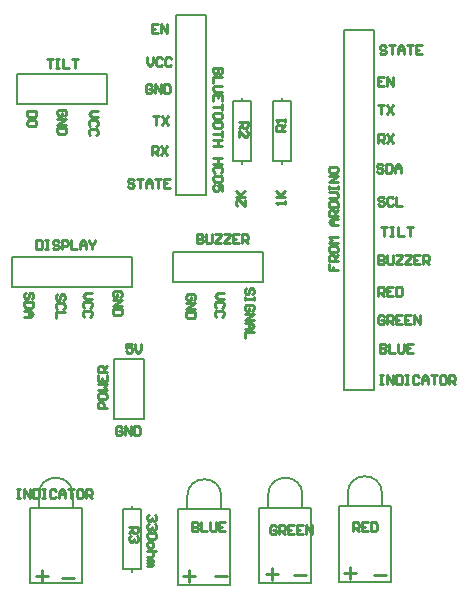
<source format=gto>
G04 Layer_Color=65535*
%FSLAX25Y25*%
%MOIN*%
G70*
G01*
G75*
%ADD17C,0.00500*%
%ADD18C,0.00787*%
%ADD19C,0.01000*%
D17*
X135209Y37154D02*
G03*
X123791Y37154I-5709J0D01*
G01*
X108709Y36654D02*
G03*
X97291Y36654I-5709J0D01*
G01*
X81709Y36154D02*
G03*
X70291Y36154I-5709J0D01*
G01*
X32209Y36654D02*
G03*
X20791Y36654I-5709J0D01*
G01*
X120839Y7626D02*
X138161D01*
X120839D02*
Y32823D01*
X138161D01*
Y7626D02*
Y32823D01*
X123791D02*
Y37154D01*
X135209Y32823D02*
Y37154D01*
X94339Y7126D02*
X111661D01*
X94339D02*
Y32323D01*
X111661D01*
Y7126D02*
Y32323D01*
X97291D02*
Y36654D01*
X108709Y32323D02*
Y36654D01*
X67339Y6626D02*
X84661D01*
X67339D02*
Y31823D01*
X84661D01*
Y6626D02*
Y31823D01*
X70291D02*
Y36154D01*
X81709Y31823D02*
Y36154D01*
X17839Y7126D02*
X35161D01*
X17839D02*
Y32323D01*
X35161D01*
Y7126D02*
Y32323D01*
X20791D02*
Y36654D01*
X32209Y32323D02*
Y36654D01*
D18*
X65500Y107500D02*
X95500D01*
Y117500D01*
X65500D02*
X95500D01*
X65500Y107500D02*
Y117500D01*
X13500Y177000D02*
X43500D01*
X13500Y167000D02*
Y177000D01*
Y167000D02*
X43500D01*
Y177000D01*
X12000Y106000D02*
Y116000D01*
X52000D01*
X12000Y106000D02*
X52000D01*
Y116000D01*
X46000Y62000D02*
X56000D01*
X46000D02*
Y82000D01*
X56000D01*
Y62000D02*
Y82000D01*
X49000Y32000D02*
X52000D01*
X49000Y12000D02*
Y32000D01*
Y12000D02*
X55000D01*
Y32000D01*
X52000D02*
X55000D01*
X52000Y11100D02*
Y12000D01*
Y32000D02*
Y32900D01*
X85500Y168000D02*
X88500D01*
X85500Y148000D02*
Y168000D01*
Y148000D02*
X91500D01*
Y168000D01*
X88500D02*
X91500D01*
X88500Y147100D02*
Y148000D01*
Y168000D02*
Y168900D01*
X102000Y148000D02*
X105000D01*
Y168000D01*
X99000D02*
X105000D01*
X99000Y148000D02*
Y168000D01*
Y148000D02*
X102000D01*
Y168000D02*
Y168900D01*
Y147100D02*
Y148000D01*
X66500Y196500D02*
X76500D01*
X66500Y136500D02*
X76500D01*
X66500D02*
Y196500D01*
X76500Y136500D02*
Y196500D01*
X122500Y79000D02*
Y191500D01*
Y71500D02*
Y79000D01*
Y71500D02*
X132500D01*
Y191500D01*
X122500D02*
X132500D01*
D19*
X23500Y181999D02*
X25499D01*
X24500D01*
Y179000D01*
X26499Y181999D02*
X27499D01*
X26999D01*
Y179000D01*
X26499D01*
X27499D01*
X28998Y181999D02*
Y179000D01*
X30998D01*
X31997Y181999D02*
X33997D01*
X32997D01*
Y179000D01*
X125500Y24500D02*
Y27499D01*
X126999D01*
X127499Y26999D01*
Y26000D01*
X126999Y25500D01*
X125500D01*
X126500D02*
X127499Y24500D01*
X130498Y27499D02*
X128499D01*
Y24500D01*
X130498D01*
X128499Y26000D02*
X129499D01*
X131498Y27499D02*
Y24500D01*
X132998D01*
X133497Y25000D01*
Y26999D01*
X132998Y27499D01*
X131498D01*
X51000Y26000D02*
X53999D01*
Y24500D01*
X53499Y24001D01*
X52500D01*
X52000Y24500D01*
Y26000D01*
Y25000D02*
X51000Y24001D01*
X53499Y23001D02*
X53999Y22501D01*
Y21501D01*
X53499Y21002D01*
X52999D01*
X52500Y21501D01*
Y22001D01*
Y21501D01*
X52000Y21002D01*
X51500D01*
X51000Y21501D01*
Y22501D01*
X51500Y23001D01*
X87500Y161000D02*
X90499D01*
Y159501D01*
X89999Y159001D01*
X88999D01*
X88500Y159501D01*
Y161000D01*
Y160000D02*
X87500Y159001D01*
Y156002D02*
Y158001D01*
X89499Y156002D01*
X89999D01*
X90499Y156501D01*
Y157501D01*
X89999Y158001D01*
X103000Y158000D02*
X100001D01*
Y159500D01*
X100501Y159999D01*
X101500D01*
X102000Y159500D01*
Y158000D01*
Y159000D02*
X103000Y159999D01*
Y160999D02*
Y161999D01*
Y161499D01*
X100001D01*
X100501Y160999D01*
X43500Y65500D02*
X40501D01*
Y67000D01*
X41001Y67499D01*
X42000D01*
X42500Y67000D01*
Y65500D01*
X40501Y69999D02*
Y68999D01*
X41001Y68499D01*
X43000D01*
X43500Y68999D01*
Y69999D01*
X43000Y70498D01*
X41001D01*
X40501Y69999D01*
Y71498D02*
X43500D01*
X42500Y72498D01*
X43500Y73497D01*
X40501D01*
Y76496D02*
Y74497D01*
X43500D01*
Y76496D01*
X42000Y74497D02*
Y75497D01*
X43500Y77496D02*
X40501D01*
Y78996D01*
X41001Y79496D01*
X42000D01*
X42500Y78996D01*
Y77496D01*
Y78496D02*
X43500Y79496D01*
X13500Y38499D02*
X14500D01*
X14000D01*
Y35500D01*
X13500D01*
X14500D01*
X15999D02*
Y38499D01*
X17999Y35500D01*
Y38499D01*
X18998D02*
Y35500D01*
X20498D01*
X20998Y36000D01*
Y37999D01*
X20498Y38499D01*
X18998D01*
X21997D02*
X22997D01*
X22497D01*
Y35500D01*
X21997D01*
X22997D01*
X26496Y37999D02*
X25996Y38499D01*
X24996D01*
X24496Y37999D01*
Y36000D01*
X24996Y35500D01*
X25996D01*
X26496Y36000D01*
X27496Y35500D02*
Y37499D01*
X28495Y38499D01*
X29495Y37499D01*
Y35500D01*
Y36999D01*
X27496D01*
X30494Y38499D02*
X32494D01*
X31494D01*
Y35500D01*
X34993Y38499D02*
X33993D01*
X33494Y37999D01*
Y36000D01*
X33993Y35500D01*
X34993D01*
X35493Y36000D01*
Y37999D01*
X34993Y38499D01*
X36493Y35500D02*
Y38499D01*
X37992D01*
X38492Y37999D01*
Y36999D01*
X37992Y36500D01*
X36493D01*
X37492D02*
X38492Y35500D01*
X99999Y25999D02*
X99499Y26499D01*
X98500D01*
X98000Y25999D01*
Y24000D01*
X98500Y23500D01*
X99499D01*
X99999Y24000D01*
Y24999D01*
X99000D01*
X100999Y23500D02*
Y26499D01*
X102499D01*
X102998Y25999D01*
Y24999D01*
X102499Y24500D01*
X100999D01*
X101999D02*
X102998Y23500D01*
X105997Y26499D02*
X103998D01*
Y23500D01*
X105997D01*
X103998Y24999D02*
X104998D01*
X108996Y26499D02*
X106997D01*
Y23500D01*
X108996D01*
X106997Y24999D02*
X107997D01*
X109996Y23500D02*
Y26499D01*
X111995Y23500D01*
Y26499D01*
X117501Y113499D02*
Y111500D01*
X119000D01*
Y112500D01*
Y111500D01*
X120500D01*
Y114499D02*
X117501D01*
Y115999D01*
X118001Y116498D01*
X119000D01*
X119500Y115999D01*
Y114499D01*
Y115499D02*
X120500Y116498D01*
X117501Y118998D02*
Y117998D01*
X118001Y117498D01*
X120000D01*
X120500Y117998D01*
Y118998D01*
X120000Y119497D01*
X118001D01*
X117501Y118998D01*
X120500Y120497D02*
X117501D01*
X118501Y121497D01*
X117501Y122496D01*
X120500D01*
Y126495D02*
X118501D01*
X117501Y127495D01*
X118501Y128495D01*
X120500D01*
X119000D01*
Y126495D01*
X120500Y129494D02*
X117501D01*
Y130994D01*
X118001Y131493D01*
X119000D01*
X119500Y130994D01*
Y129494D01*
Y130494D02*
X120500Y131493D01*
X117501Y132493D02*
X120500D01*
Y133993D01*
X120000Y134493D01*
X118001D01*
X117501Y133993D01*
Y132493D01*
Y135492D02*
X120000D01*
X120500Y135992D01*
Y136992D01*
X120000Y137492D01*
X117501D01*
Y138491D02*
Y139491D01*
Y138991D01*
X120500D01*
Y138491D01*
Y139491D01*
Y140990D02*
X117501D01*
X120500Y142990D01*
X117501D01*
Y145489D02*
Y144489D01*
X118001Y143990D01*
X120000D01*
X120500Y144489D01*
Y145489D01*
X120000Y145989D01*
X118001D01*
X117501Y145489D01*
X20000Y121499D02*
Y118500D01*
X21499D01*
X21999Y119000D01*
Y120999D01*
X21499Y121499D01*
X20000D01*
X22999D02*
X23999D01*
X23499D01*
Y118500D01*
X22999D01*
X23999D01*
X27498Y120999D02*
X26998Y121499D01*
X25998D01*
X25498Y120999D01*
Y120499D01*
X25998Y120000D01*
X26998D01*
X27498Y119500D01*
Y119000D01*
X26998Y118500D01*
X25998D01*
X25498Y119000D01*
X28497Y118500D02*
Y121499D01*
X29997D01*
X30497Y120999D01*
Y120000D01*
X29997Y119500D01*
X28497D01*
X31496Y121499D02*
Y118500D01*
X33496D01*
X34495D02*
Y120499D01*
X35495Y121499D01*
X36495Y120499D01*
Y118500D01*
Y120000D01*
X34495D01*
X37494Y121499D02*
Y120999D01*
X38494Y120000D01*
X39494Y120999D01*
Y121499D01*
X38494Y120000D02*
Y118500D01*
X73500Y123499D02*
Y120500D01*
X74999D01*
X75499Y121000D01*
Y121500D01*
X74999Y122000D01*
X73500D01*
X74999D01*
X75499Y122499D01*
Y122999D01*
X74999Y123499D01*
X73500D01*
X76499D02*
Y121000D01*
X76999Y120500D01*
X77999D01*
X78498Y121000D01*
Y123499D01*
X79498D02*
X81497D01*
Y122999D01*
X79498Y121000D01*
Y120500D01*
X81497D01*
X82497Y123499D02*
X84496D01*
Y122999D01*
X82497Y121000D01*
Y120500D01*
X84496D01*
X87495Y123499D02*
X85496D01*
Y120500D01*
X87495D01*
X85496Y122000D02*
X86496D01*
X88495Y120500D02*
Y123499D01*
X89995D01*
X90495Y122999D01*
Y122000D01*
X89995Y121500D01*
X88495D01*
X89495D02*
X90495Y120500D01*
X72000Y27499D02*
Y24500D01*
X73500D01*
X73999Y25000D01*
Y25500D01*
X73500Y26000D01*
X72000D01*
X73500D01*
X73999Y26499D01*
Y26999D01*
X73500Y27499D01*
X72000D01*
X74999D02*
Y24500D01*
X76998D01*
X77998Y27499D02*
Y25000D01*
X78498Y24500D01*
X79498D01*
X79997Y25000D01*
Y27499D01*
X82996D02*
X80997D01*
Y24500D01*
X82996D01*
X80997Y26000D02*
X81997D01*
X81999Y179000D02*
X79000D01*
Y177500D01*
X79500Y177001D01*
X80000D01*
X80500Y177500D01*
Y179000D01*
Y177500D01*
X80999Y177001D01*
X81499D01*
X81999Y177500D01*
Y179000D01*
Y176001D02*
X79000D01*
Y174002D01*
X81999Y173002D02*
X79500D01*
X79000Y172502D01*
Y171502D01*
X79500Y171003D01*
X81999D01*
Y168004D02*
Y170003D01*
X79000D01*
Y168004D01*
X80500Y170003D02*
Y169003D01*
X81999Y167004D02*
Y165005D01*
Y166004D01*
X79000D01*
X81999Y162505D02*
Y163505D01*
X81499Y164005D01*
X79500D01*
X79000Y163505D01*
Y162505D01*
X79500Y162005D01*
X81499D01*
X81999Y162505D01*
Y159506D02*
Y160506D01*
X81499Y161006D01*
X79500D01*
X79000Y160506D01*
Y159506D01*
X79500Y159007D01*
X81499D01*
X81999Y159506D01*
Y158007D02*
Y156007D01*
Y157007D01*
X79000D01*
X81999Y155008D02*
X79000D01*
X80500D01*
Y153008D01*
X81999D01*
X79000D01*
X81999Y149010D02*
X79000D01*
X80500D01*
Y147010D01*
X81999D01*
X79000D01*
X81499Y144011D02*
X81999Y144511D01*
Y145511D01*
X81499Y146011D01*
X79500D01*
X79000Y145511D01*
Y144511D01*
X79500Y144011D01*
X81499Y143012D02*
X81999Y142512D01*
Y141512D01*
X81499Y141012D01*
X79500D01*
X79000Y141512D01*
Y142512D01*
X79500Y143012D01*
X81499D01*
X81999Y138013D02*
Y140013D01*
X80500D01*
X80999Y139013D01*
Y138513D01*
X80500Y138013D01*
X79500D01*
X79000Y138513D01*
Y139513D01*
X79500Y140013D01*
X52499Y141499D02*
X51999Y141999D01*
X51000D01*
X50500Y141499D01*
Y140999D01*
X51000Y140499D01*
X51999D01*
X52499Y140000D01*
Y139500D01*
X51999Y139000D01*
X51000D01*
X50500Y139500D01*
X53499Y141999D02*
X55498D01*
X54499D01*
Y139000D01*
X56498D02*
Y140999D01*
X57498Y141999D01*
X58497Y140999D01*
Y139000D01*
Y140499D01*
X56498D01*
X59497Y141999D02*
X61496D01*
X60497D01*
Y139000D01*
X64495Y141999D02*
X62496D01*
Y139000D01*
X64495D01*
X62496Y140499D02*
X63496D01*
X58500Y150000D02*
Y152999D01*
X60000D01*
X60499Y152499D01*
Y151499D01*
X60000Y151000D01*
X58500D01*
X59500D02*
X60499Y150000D01*
X61499Y152999D02*
X63498Y150000D01*
Y152999D02*
X61499Y150000D01*
X59000Y162999D02*
X60999D01*
X60000D01*
Y160000D01*
X61999Y162999D02*
X63998Y160000D01*
Y162999D02*
X61999Y160000D01*
X58499Y172999D02*
X57999Y173499D01*
X57000D01*
X56500Y172999D01*
Y171000D01*
X57000Y170500D01*
X57999D01*
X58499Y171000D01*
Y172000D01*
X57500D01*
X59499Y170500D02*
Y173499D01*
X61498Y170500D01*
Y173499D01*
X62498D02*
Y170500D01*
X63998D01*
X64497Y171000D01*
Y172999D01*
X63998Y173499D01*
X62498D01*
X57000Y182499D02*
Y180500D01*
X58000Y179500D01*
X58999Y180500D01*
Y182499D01*
X61998Y181999D02*
X61499Y182499D01*
X60499D01*
X59999Y181999D01*
Y180000D01*
X60499Y179500D01*
X61499D01*
X61998Y180000D01*
X64997Y181999D02*
X64498Y182499D01*
X63498D01*
X62998Y181999D01*
Y180000D01*
X63498Y179500D01*
X64498D01*
X64997Y180000D01*
X60499Y193499D02*
X58500D01*
Y190500D01*
X60499D01*
X58500Y191999D02*
X59500D01*
X61499Y190500D02*
Y193499D01*
X63498Y190500D01*
Y193499D01*
X82499Y104000D02*
X80500D01*
X79500Y103000D01*
X80500Y102001D01*
X82499D01*
X81999Y99002D02*
X82499Y99501D01*
Y100501D01*
X81999Y101001D01*
X80000D01*
X79500Y100501D01*
Y99501D01*
X80000Y99002D01*
X81999Y96003D02*
X82499Y96502D01*
Y97502D01*
X81999Y98002D01*
X80000D01*
X79500Y97502D01*
Y96502D01*
X80000Y96003D01*
X91999Y103501D02*
X92499Y104000D01*
Y105000D01*
X91999Y105500D01*
X91499D01*
X91000Y105000D01*
Y104000D01*
X90500Y103501D01*
X90000D01*
X89500Y104000D01*
Y105000D01*
X90000Y105500D01*
X92499Y102501D02*
Y101501D01*
Y102001D01*
X89500D01*
Y102501D01*
Y101501D01*
X91999Y98002D02*
X92499Y98502D01*
Y99502D01*
X91999Y100002D01*
X90000D01*
X89500Y99502D01*
Y98502D01*
X90000Y98002D01*
X91000D01*
Y99002D01*
X89500Y97003D02*
X92499D01*
X89500Y95003D01*
X92499D01*
X89500Y94004D02*
X91499D01*
X92499Y93004D01*
X91499Y92004D01*
X89500D01*
X91000D01*
Y94004D01*
X92499Y91005D02*
X89500D01*
Y89005D01*
X72499Y101501D02*
X72999Y102000D01*
Y103000D01*
X72499Y103500D01*
X70500D01*
X70000Y103000D01*
Y102000D01*
X70500Y101501D01*
X71500D01*
Y102500D01*
X70000Y100501D02*
X72999D01*
X70000Y98502D01*
X72999D01*
Y97502D02*
X70000D01*
Y96002D01*
X70500Y95503D01*
X72499D01*
X72999Y96002D01*
Y97502D01*
X40499Y164500D02*
X38500D01*
X37500Y163500D01*
X38500Y162501D01*
X40499D01*
X39999Y159502D02*
X40499Y160001D01*
Y161001D01*
X39999Y161501D01*
X38000D01*
X37500Y161001D01*
Y160001D01*
X38000Y159502D01*
X39999Y156503D02*
X40499Y157002D01*
Y158002D01*
X39999Y158502D01*
X38000D01*
X37500Y158002D01*
Y157002D01*
X38000Y156503D01*
X29499Y163001D02*
X29999Y163500D01*
Y164500D01*
X29499Y165000D01*
X27500D01*
X27000Y164500D01*
Y163500D01*
X27500Y163001D01*
X28499D01*
Y164000D01*
X27000Y162001D02*
X29999D01*
X27000Y160002D01*
X29999D01*
Y159002D02*
X27000D01*
Y157502D01*
X27500Y157003D01*
X29499D01*
X29999Y157502D01*
Y159002D01*
X19999Y164500D02*
X17000D01*
Y163001D01*
X17500Y162501D01*
X19499D01*
X19999Y163001D01*
Y164500D01*
Y160001D02*
Y161001D01*
X19499Y161501D01*
X17500D01*
X17000Y161001D01*
Y160001D01*
X17500Y159502D01*
X19499D01*
X19999Y160001D01*
X18499Y102001D02*
X18999Y102500D01*
Y103500D01*
X18499Y104000D01*
X17999D01*
X17500Y103500D01*
Y102500D01*
X17000Y102001D01*
X16500D01*
X16000Y102500D01*
Y103500D01*
X16500Y104000D01*
X18999Y101001D02*
X16000D01*
Y99501D01*
X16500Y99002D01*
X18499D01*
X18999Y99501D01*
Y101001D01*
X16000Y98002D02*
X17999D01*
X18999Y97002D01*
X17999Y96003D01*
X16000D01*
X17500D01*
Y98002D01*
X28999Y101501D02*
X29499Y102000D01*
Y103000D01*
X28999Y103500D01*
X28499D01*
X27999Y103000D01*
Y102000D01*
X27500Y101501D01*
X27000D01*
X26500Y102000D01*
Y103000D01*
X27000Y103500D01*
X28999Y98502D02*
X29499Y99001D01*
Y100001D01*
X28999Y100501D01*
X27000D01*
X26500Y100001D01*
Y99001D01*
X27000Y98502D01*
X29499Y97502D02*
X26500D01*
Y95503D01*
X38499Y104000D02*
X36500D01*
X35500Y103000D01*
X36500Y102001D01*
X38499D01*
X37999Y99002D02*
X38499Y99501D01*
Y100501D01*
X37999Y101001D01*
X36000D01*
X35500Y100501D01*
Y99501D01*
X36000Y99002D01*
X37999Y96003D02*
X38499Y96502D01*
Y97502D01*
X37999Y98002D01*
X36000D01*
X35500Y97502D01*
Y96502D01*
X36000Y96003D01*
X47999Y102501D02*
X48499Y103000D01*
Y104000D01*
X47999Y104500D01*
X46000D01*
X45500Y104000D01*
Y103000D01*
X46000Y102501D01*
X46999D01*
Y103500D01*
X45500Y101501D02*
X48499D01*
X45500Y99502D01*
X48499D01*
Y98502D02*
X45500D01*
Y97002D01*
X46000Y96503D01*
X47999D01*
X48499Y97002D01*
Y98502D01*
X89500Y134999D02*
Y133000D01*
X87501Y134999D01*
X87001D01*
X86501Y134500D01*
Y133500D01*
X87001Y133000D01*
X86501Y135999D02*
X89500D01*
X88500D01*
X86501Y137998D01*
X88001Y136499D01*
X89500Y137998D01*
X103000Y133500D02*
Y134500D01*
Y134000D01*
X100001D01*
X100501Y133500D01*
X100001Y135999D02*
X103000D01*
X102000D01*
X100001Y137998D01*
X101500Y136499D01*
X103000Y137998D01*
X135999Y135499D02*
X135500Y135999D01*
X134500D01*
X134000Y135499D01*
Y134999D01*
X134500Y134500D01*
X135500D01*
X135999Y134000D01*
Y133500D01*
X135500Y133000D01*
X134500D01*
X134000Y133500D01*
X138998Y135499D02*
X138499Y135999D01*
X137499D01*
X136999Y135499D01*
Y133500D01*
X137499Y133000D01*
X138499D01*
X138998Y133500D01*
X139998Y135999D02*
Y133000D01*
X141997D01*
X135499Y146499D02*
X135000Y146999D01*
X134000D01*
X133500Y146499D01*
Y145999D01*
X134000Y145500D01*
X135000D01*
X135499Y145000D01*
Y144500D01*
X135000Y144000D01*
X134000D01*
X133500Y144500D01*
X136499Y146999D02*
Y144000D01*
X137999D01*
X138498Y144500D01*
Y146499D01*
X137999Y146999D01*
X136499D01*
X139498Y144000D02*
Y145999D01*
X140498Y146999D01*
X141497Y145999D01*
Y144000D01*
Y145500D01*
X139498D01*
X134000Y154000D02*
Y156999D01*
X135500D01*
X135999Y156499D01*
Y155499D01*
X135500Y155000D01*
X134000D01*
X135000D02*
X135999Y154000D01*
X136999Y156999D02*
X138998Y154000D01*
Y156999D02*
X136999Y154000D01*
X134000Y166499D02*
X135999D01*
X135000D01*
Y163500D01*
X136999Y166499D02*
X138998Y163500D01*
Y166499D02*
X136999Y163500D01*
X135999Y175999D02*
X134000D01*
Y173000D01*
X135999D01*
X134000Y174499D02*
X135000D01*
X136999Y173000D02*
Y175999D01*
X138998Y173000D01*
Y175999D01*
X136499Y185999D02*
X136000Y186499D01*
X135000D01*
X134500Y185999D01*
Y185499D01*
X135000Y185000D01*
X136000D01*
X136499Y184500D01*
Y184000D01*
X136000Y183500D01*
X135000D01*
X134500Y184000D01*
X137499Y186499D02*
X139498D01*
X138499D01*
Y183500D01*
X140498D02*
Y185499D01*
X141498Y186499D01*
X142497Y185499D01*
Y183500D01*
Y185000D01*
X140498D01*
X143497Y186499D02*
X145496D01*
X144497D01*
Y183500D01*
X148495Y186499D02*
X146496D01*
Y183500D01*
X148495D01*
X146496Y185000D02*
X147496D01*
X135000Y125999D02*
X136999D01*
X136000D01*
Y123000D01*
X137999Y125999D02*
X138999D01*
X138499D01*
Y123000D01*
X137999D01*
X138999D01*
X140498Y125999D02*
Y123000D01*
X142498D01*
X143497Y125999D02*
X145497D01*
X144497D01*
Y123000D01*
X134000Y116499D02*
Y113500D01*
X135500D01*
X135999Y114000D01*
Y114500D01*
X135500Y114999D01*
X134000D01*
X135500D01*
X135999Y115499D01*
Y115999D01*
X135500Y116499D01*
X134000D01*
X136999D02*
Y114000D01*
X137499Y113500D01*
X138499D01*
X138998Y114000D01*
Y116499D01*
X139998D02*
X141997D01*
Y115999D01*
X139998Y114000D01*
Y113500D01*
X141997D01*
X142997Y116499D02*
X144996D01*
Y115999D01*
X142997Y114000D01*
Y113500D01*
X144996D01*
X147995Y116499D02*
X145996D01*
Y113500D01*
X147995D01*
X145996Y114999D02*
X146996D01*
X148995Y113500D02*
Y116499D01*
X150495D01*
X150995Y115999D01*
Y114999D01*
X150495Y114500D01*
X148995D01*
X149995D02*
X150995Y113500D01*
X134000Y103000D02*
Y105999D01*
X135500D01*
X135999Y105499D01*
Y104499D01*
X135500Y104000D01*
X134000D01*
X135000D02*
X135999Y103000D01*
X138998Y105999D02*
X136999D01*
Y103000D01*
X138998D01*
X136999Y104499D02*
X137999D01*
X139998Y105999D02*
Y103000D01*
X141498D01*
X141997Y103500D01*
Y105499D01*
X141498Y105999D01*
X139998D01*
X135999Y95999D02*
X135500Y96499D01*
X134500D01*
X134000Y95999D01*
Y94000D01*
X134500Y93500D01*
X135500D01*
X135999Y94000D01*
Y94999D01*
X135000D01*
X136999Y93500D02*
Y96499D01*
X138499D01*
X138998Y95999D01*
Y94999D01*
X138499Y94500D01*
X136999D01*
X137999D02*
X138998Y93500D01*
X141997Y96499D02*
X139998D01*
Y93500D01*
X141997D01*
X139998Y94999D02*
X140998D01*
X144996Y96499D02*
X142997D01*
Y93500D01*
X144996D01*
X142997Y94999D02*
X143997D01*
X145996Y93500D02*
Y96499D01*
X147995Y93500D01*
Y96499D01*
X134500Y86999D02*
Y84000D01*
X136000D01*
X136499Y84500D01*
Y85000D01*
X136000Y85500D01*
X134500D01*
X136000D01*
X136499Y85999D01*
Y86499D01*
X136000Y86999D01*
X134500D01*
X137499D02*
Y84000D01*
X139498D01*
X140498Y86999D02*
Y84500D01*
X140998Y84000D01*
X141998D01*
X142497Y84500D01*
Y86999D01*
X145496D02*
X143497D01*
Y84000D01*
X145496D01*
X143497Y85500D02*
X144497D01*
X134500Y76499D02*
X135500D01*
X135000D01*
Y73500D01*
X134500D01*
X135500D01*
X136999D02*
Y76499D01*
X138998Y73500D01*
Y76499D01*
X139998D02*
Y73500D01*
X141498D01*
X141998Y74000D01*
Y75999D01*
X141498Y76499D01*
X139998D01*
X142997D02*
X143997D01*
X143497D01*
Y73500D01*
X142997D01*
X143997D01*
X147496Y75999D02*
X146996Y76499D01*
X145996D01*
X145496Y75999D01*
Y74000D01*
X145996Y73500D01*
X146996D01*
X147496Y74000D01*
X148495Y73500D02*
Y75499D01*
X149495Y76499D01*
X150495Y75499D01*
Y73500D01*
Y74999D01*
X148495D01*
X151495Y76499D02*
X153494D01*
X152494D01*
Y73500D01*
X155993Y76499D02*
X154993D01*
X154493Y75999D01*
Y74000D01*
X154993Y73500D01*
X155993D01*
X156493Y74000D01*
Y75999D01*
X155993Y76499D01*
X157493Y73500D02*
Y76499D01*
X158992D01*
X159492Y75999D01*
Y74999D01*
X158992Y74500D01*
X157493D01*
X158492D02*
X159492Y73500D01*
X48499Y58999D02*
X48000Y59499D01*
X47000D01*
X46500Y58999D01*
Y57000D01*
X47000Y56500D01*
X48000D01*
X48499Y57000D01*
Y57999D01*
X47500D01*
X49499Y56500D02*
Y59499D01*
X51498Y56500D01*
Y59499D01*
X52498D02*
Y56500D01*
X53998D01*
X54497Y57000D01*
Y58999D01*
X53998Y59499D01*
X52498D01*
X51999Y86999D02*
X50000D01*
Y85500D01*
X51000Y85999D01*
X51499D01*
X51999Y85500D01*
Y84500D01*
X51499Y84000D01*
X50500D01*
X50000Y84500D01*
X52999Y86999D02*
Y85000D01*
X53999Y84000D01*
X54998Y85000D01*
Y86999D01*
X59499Y30000D02*
X59999Y29500D01*
Y28501D01*
X59499Y28001D01*
X58999D01*
X58499Y28501D01*
Y29000D01*
Y28501D01*
X58000Y28001D01*
X57500D01*
X57000Y28501D01*
Y29500D01*
X57500Y30000D01*
X59499Y27001D02*
X59999Y26501D01*
Y25501D01*
X59499Y25002D01*
X58999D01*
X58499Y25501D01*
Y26001D01*
Y25501D01*
X58000Y25002D01*
X57500D01*
X57000Y25501D01*
Y26501D01*
X57500Y27001D01*
X59499Y24002D02*
X59999Y23502D01*
Y22502D01*
X59499Y22003D01*
X57500D01*
X57000Y22502D01*
Y23502D01*
X57500Y24002D01*
X59499D01*
X57000Y20503D02*
Y19503D01*
X57500Y19004D01*
X58499D01*
X58999Y19503D01*
Y20503D01*
X58499Y21003D01*
X57500D01*
X57000Y20503D01*
X59999Y18004D02*
X57000D01*
X58499D01*
X58999Y17504D01*
Y16504D01*
X58499Y16004D01*
X57000D01*
Y15005D02*
X58999D01*
Y14505D01*
X58499Y14005D01*
X57000D01*
X58499D01*
X58999Y13505D01*
X58499Y13005D01*
X57000D01*
X132500Y9999D02*
X136499D01*
X122500Y10499D02*
X126499D01*
X124499Y12498D02*
Y8500D01*
X106000Y9999D02*
X109999D01*
X96500Y10125D02*
X100499D01*
X98499Y12124D02*
Y8126D01*
X79500Y9625D02*
X83499D01*
X69000Y9499D02*
X72999D01*
X70999Y11498D02*
Y7500D01*
X28500Y8999D02*
X32499D01*
X20000Y9499D02*
X23999D01*
X21999Y11498D02*
Y7500D01*
M02*

</source>
